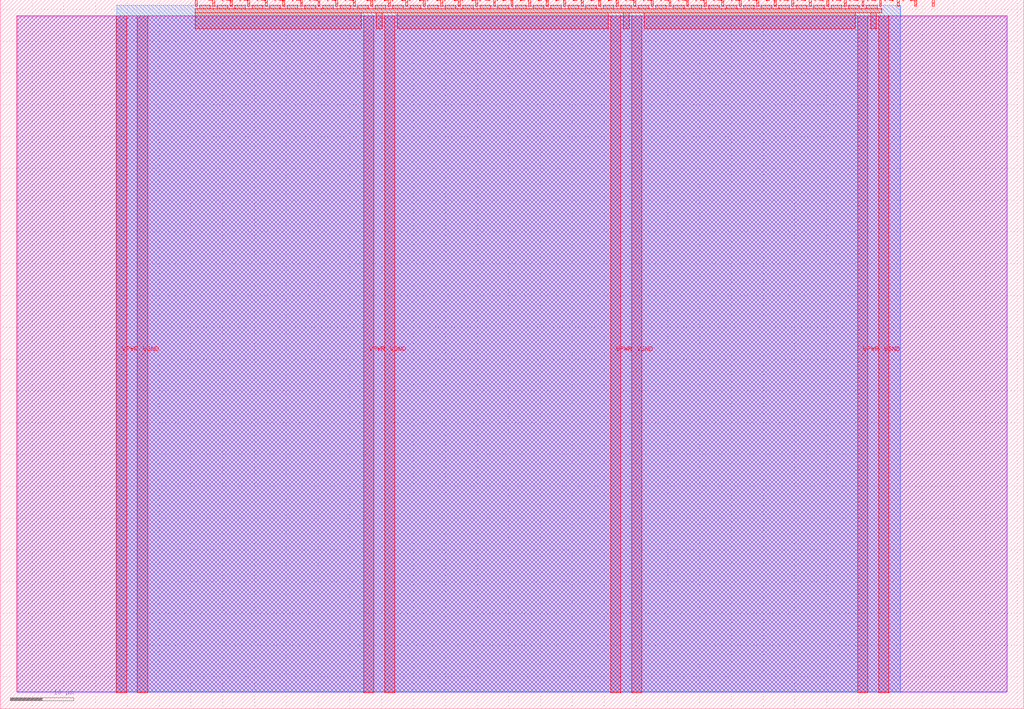
<source format=lef>
VERSION 5.7 ;
  NOWIREEXTENSIONATPIN ON ;
  DIVIDERCHAR "/" ;
  BUSBITCHARS "[]" ;
MACRO tt_um_a3_array_multiplier
  CLASS BLOCK ;
  FOREIGN tt_um_a3_array_multiplier ;
  ORIGIN 0.000 0.000 ;
  SIZE 161.000 BY 111.520 ;
  PIN VGND
    DIRECTION INOUT ;
    USE GROUND ;
    PORT
      LAYER met4 ;
        RECT 21.580 2.480 23.180 109.040 ;
    END
    PORT
      LAYER met4 ;
        RECT 60.450 2.480 62.050 109.040 ;
    END
    PORT
      LAYER met4 ;
        RECT 99.320 2.480 100.920 109.040 ;
    END
    PORT
      LAYER met4 ;
        RECT 138.190 2.480 139.790 109.040 ;
    END
  END VGND
  PIN VPWR
    DIRECTION INOUT ;
    USE POWER ;
    PORT
      LAYER met4 ;
        RECT 18.280 2.480 19.880 109.040 ;
    END
    PORT
      LAYER met4 ;
        RECT 57.150 2.480 58.750 109.040 ;
    END
    PORT
      LAYER met4 ;
        RECT 96.020 2.480 97.620 109.040 ;
    END
    PORT
      LAYER met4 ;
        RECT 134.890 2.480 136.490 109.040 ;
    END
  END VPWR
  PIN clk
    DIRECTION INPUT ;
    USE SIGNAL ;
    PORT
      LAYER met4 ;
        RECT 143.830 110.520 144.130 111.520 ;
    END
  END clk
  PIN ena
    DIRECTION INPUT ;
    USE SIGNAL ;
    PORT
      LAYER met4 ;
        RECT 146.590 110.520 146.890 111.520 ;
    END
  END ena
  PIN rst_n
    DIRECTION INPUT ;
    USE SIGNAL ;
    PORT
      LAYER met4 ;
        RECT 141.070 110.520 141.370 111.520 ;
    END
  END rst_n
  PIN ui_in[0]
    DIRECTION INPUT ;
    USE SIGNAL ;
    ANTENNAGATEAREA 0.213000 ;
    PORT
      LAYER met4 ;
        RECT 138.310 110.520 138.610 111.520 ;
    END
  END ui_in[0]
  PIN ui_in[1]
    DIRECTION INPUT ;
    USE SIGNAL ;
    ANTENNAGATEAREA 0.213000 ;
    PORT
      LAYER met4 ;
        RECT 135.550 110.520 135.850 111.520 ;
    END
  END ui_in[1]
  PIN ui_in[2]
    DIRECTION INPUT ;
    USE SIGNAL ;
    ANTENNAGATEAREA 0.196500 ;
    PORT
      LAYER met4 ;
        RECT 132.790 110.520 133.090 111.520 ;
    END
  END ui_in[2]
  PIN ui_in[3]
    DIRECTION INPUT ;
    USE SIGNAL ;
    ANTENNAGATEAREA 0.213000 ;
    PORT
      LAYER met4 ;
        RECT 130.030 110.520 130.330 111.520 ;
    END
  END ui_in[3]
  PIN ui_in[4]
    DIRECTION INPUT ;
    USE SIGNAL ;
    ANTENNAGATEAREA 0.126000 ;
    PORT
      LAYER met4 ;
        RECT 127.270 110.520 127.570 111.520 ;
    END
  END ui_in[4]
  PIN ui_in[5]
    DIRECTION INPUT ;
    USE SIGNAL ;
    ANTENNAGATEAREA 0.213000 ;
    PORT
      LAYER met4 ;
        RECT 124.510 110.520 124.810 111.520 ;
    END
  END ui_in[5]
  PIN ui_in[6]
    DIRECTION INPUT ;
    USE SIGNAL ;
    ANTENNAGATEAREA 0.159000 ;
    PORT
      LAYER met4 ;
        RECT 121.750 110.520 122.050 111.520 ;
    END
  END ui_in[6]
  PIN ui_in[7]
    DIRECTION INPUT ;
    USE SIGNAL ;
    ANTENNAGATEAREA 0.213000 ;
    PORT
      LAYER met4 ;
        RECT 118.990 110.520 119.290 111.520 ;
    END
  END ui_in[7]
  PIN uio_in[0]
    DIRECTION INPUT ;
    USE SIGNAL ;
    PORT
      LAYER met4 ;
        RECT 116.230 110.520 116.530 111.520 ;
    END
  END uio_in[0]
  PIN uio_in[1]
    DIRECTION INPUT ;
    USE SIGNAL ;
    PORT
      LAYER met4 ;
        RECT 113.470 110.520 113.770 111.520 ;
    END
  END uio_in[1]
  PIN uio_in[2]
    DIRECTION INPUT ;
    USE SIGNAL ;
    PORT
      LAYER met4 ;
        RECT 110.710 110.520 111.010 111.520 ;
    END
  END uio_in[2]
  PIN uio_in[3]
    DIRECTION INPUT ;
    USE SIGNAL ;
    PORT
      LAYER met4 ;
        RECT 107.950 110.520 108.250 111.520 ;
    END
  END uio_in[3]
  PIN uio_in[4]
    DIRECTION INPUT ;
    USE SIGNAL ;
    PORT
      LAYER met4 ;
        RECT 105.190 110.520 105.490 111.520 ;
    END
  END uio_in[4]
  PIN uio_in[5]
    DIRECTION INPUT ;
    USE SIGNAL ;
    PORT
      LAYER met4 ;
        RECT 102.430 110.520 102.730 111.520 ;
    END
  END uio_in[5]
  PIN uio_in[6]
    DIRECTION INPUT ;
    USE SIGNAL ;
    PORT
      LAYER met4 ;
        RECT 99.670 110.520 99.970 111.520 ;
    END
  END uio_in[6]
  PIN uio_in[7]
    DIRECTION INPUT ;
    USE SIGNAL ;
    PORT
      LAYER met4 ;
        RECT 96.910 110.520 97.210 111.520 ;
    END
  END uio_in[7]
  PIN uio_oe[0]
    DIRECTION OUTPUT ;
    USE SIGNAL ;
    PORT
      LAYER met4 ;
        RECT 49.990 110.520 50.290 111.520 ;
    END
  END uio_oe[0]
  PIN uio_oe[1]
    DIRECTION OUTPUT ;
    USE SIGNAL ;
    PORT
      LAYER met4 ;
        RECT 47.230 110.520 47.530 111.520 ;
    END
  END uio_oe[1]
  PIN uio_oe[2]
    DIRECTION OUTPUT ;
    USE SIGNAL ;
    PORT
      LAYER met4 ;
        RECT 44.470 110.520 44.770 111.520 ;
    END
  END uio_oe[2]
  PIN uio_oe[3]
    DIRECTION OUTPUT ;
    USE SIGNAL ;
    PORT
      LAYER met4 ;
        RECT 41.710 110.520 42.010 111.520 ;
    END
  END uio_oe[3]
  PIN uio_oe[4]
    DIRECTION OUTPUT ;
    USE SIGNAL ;
    PORT
      LAYER met4 ;
        RECT 38.950 110.520 39.250 111.520 ;
    END
  END uio_oe[4]
  PIN uio_oe[5]
    DIRECTION OUTPUT ;
    USE SIGNAL ;
    PORT
      LAYER met4 ;
        RECT 36.190 110.520 36.490 111.520 ;
    END
  END uio_oe[5]
  PIN uio_oe[6]
    DIRECTION OUTPUT ;
    USE SIGNAL ;
    PORT
      LAYER met4 ;
        RECT 33.430 110.520 33.730 111.520 ;
    END
  END uio_oe[6]
  PIN uio_oe[7]
    DIRECTION OUTPUT ;
    USE SIGNAL ;
    PORT
      LAYER met4 ;
        RECT 30.670 110.520 30.970 111.520 ;
    END
  END uio_oe[7]
  PIN uio_out[0]
    DIRECTION OUTPUT ;
    USE SIGNAL ;
    PORT
      LAYER met4 ;
        RECT 72.070 110.520 72.370 111.520 ;
    END
  END uio_out[0]
  PIN uio_out[1]
    DIRECTION OUTPUT ;
    USE SIGNAL ;
    PORT
      LAYER met4 ;
        RECT 69.310 110.520 69.610 111.520 ;
    END
  END uio_out[1]
  PIN uio_out[2]
    DIRECTION OUTPUT ;
    USE SIGNAL ;
    PORT
      LAYER met4 ;
        RECT 66.550 110.520 66.850 111.520 ;
    END
  END uio_out[2]
  PIN uio_out[3]
    DIRECTION OUTPUT ;
    USE SIGNAL ;
    PORT
      LAYER met4 ;
        RECT 63.790 110.520 64.090 111.520 ;
    END
  END uio_out[3]
  PIN uio_out[4]
    DIRECTION OUTPUT ;
    USE SIGNAL ;
    PORT
      LAYER met4 ;
        RECT 61.030 110.520 61.330 111.520 ;
    END
  END uio_out[4]
  PIN uio_out[5]
    DIRECTION OUTPUT ;
    USE SIGNAL ;
    PORT
      LAYER met4 ;
        RECT 58.270 110.520 58.570 111.520 ;
    END
  END uio_out[5]
  PIN uio_out[6]
    DIRECTION OUTPUT ;
    USE SIGNAL ;
    PORT
      LAYER met4 ;
        RECT 55.510 110.520 55.810 111.520 ;
    END
  END uio_out[6]
  PIN uio_out[7]
    DIRECTION OUTPUT ;
    USE SIGNAL ;
    PORT
      LAYER met4 ;
        RECT 52.750 110.520 53.050 111.520 ;
    END
  END uio_out[7]
  PIN uo_out[0]
    DIRECTION OUTPUT ;
    USE SIGNAL ;
    ANTENNADIFFAREA 0.643500 ;
    PORT
      LAYER met4 ;
        RECT 94.150 110.520 94.450 111.520 ;
    END
  END uo_out[0]
  PIN uo_out[1]
    DIRECTION OUTPUT ;
    USE SIGNAL ;
    ANTENNADIFFAREA 0.795200 ;
    PORT
      LAYER met4 ;
        RECT 91.390 110.520 91.690 111.520 ;
    END
  END uo_out[1]
  PIN uo_out[2]
    DIRECTION OUTPUT ;
    USE SIGNAL ;
    ANTENNADIFFAREA 0.445500 ;
    PORT
      LAYER met4 ;
        RECT 88.630 110.520 88.930 111.520 ;
    END
  END uo_out[2]
  PIN uo_out[3]
    DIRECTION OUTPUT ;
    USE SIGNAL ;
    ANTENNADIFFAREA 0.445500 ;
    PORT
      LAYER met4 ;
        RECT 85.870 110.520 86.170 111.520 ;
    END
  END uo_out[3]
  PIN uo_out[4]
    DIRECTION OUTPUT ;
    USE SIGNAL ;
    ANTENNADIFFAREA 0.445500 ;
    PORT
      LAYER met4 ;
        RECT 83.110 110.520 83.410 111.520 ;
    END
  END uo_out[4]
  PIN uo_out[5]
    DIRECTION OUTPUT ;
    USE SIGNAL ;
    ANTENNADIFFAREA 0.445500 ;
    PORT
      LAYER met4 ;
        RECT 80.350 110.520 80.650 111.520 ;
    END
  END uo_out[5]
  PIN uo_out[6]
    DIRECTION OUTPUT ;
    USE SIGNAL ;
    ANTENNADIFFAREA 0.445500 ;
    PORT
      LAYER met4 ;
        RECT 77.590 110.520 77.890 111.520 ;
    END
  END uo_out[6]
  PIN uo_out[7]
    DIRECTION OUTPUT ;
    USE SIGNAL ;
    ANTENNADIFFAREA 0.445500 ;
    PORT
      LAYER met4 ;
        RECT 74.830 110.520 75.130 111.520 ;
    END
  END uo_out[7]
  OBS
      LAYER nwell ;
        RECT 2.570 2.635 158.430 108.990 ;
      LAYER li1 ;
        RECT 2.760 2.635 158.240 108.885 ;
      LAYER met1 ;
        RECT 2.760 2.480 158.240 109.040 ;
      LAYER met2 ;
        RECT 18.310 2.535 141.590 110.685 ;
      LAYER met3 ;
        RECT 18.290 2.555 141.615 110.665 ;
      LAYER met4 ;
        RECT 31.370 110.120 33.030 110.665 ;
        RECT 34.130 110.120 35.790 110.665 ;
        RECT 36.890 110.120 38.550 110.665 ;
        RECT 39.650 110.120 41.310 110.665 ;
        RECT 42.410 110.120 44.070 110.665 ;
        RECT 45.170 110.120 46.830 110.665 ;
        RECT 47.930 110.120 49.590 110.665 ;
        RECT 50.690 110.120 52.350 110.665 ;
        RECT 53.450 110.120 55.110 110.665 ;
        RECT 56.210 110.120 57.870 110.665 ;
        RECT 58.970 110.120 60.630 110.665 ;
        RECT 61.730 110.120 63.390 110.665 ;
        RECT 64.490 110.120 66.150 110.665 ;
        RECT 67.250 110.120 68.910 110.665 ;
        RECT 70.010 110.120 71.670 110.665 ;
        RECT 72.770 110.120 74.430 110.665 ;
        RECT 75.530 110.120 77.190 110.665 ;
        RECT 78.290 110.120 79.950 110.665 ;
        RECT 81.050 110.120 82.710 110.665 ;
        RECT 83.810 110.120 85.470 110.665 ;
        RECT 86.570 110.120 88.230 110.665 ;
        RECT 89.330 110.120 90.990 110.665 ;
        RECT 92.090 110.120 93.750 110.665 ;
        RECT 94.850 110.120 96.510 110.665 ;
        RECT 97.610 110.120 99.270 110.665 ;
        RECT 100.370 110.120 102.030 110.665 ;
        RECT 103.130 110.120 104.790 110.665 ;
        RECT 105.890 110.120 107.550 110.665 ;
        RECT 108.650 110.120 110.310 110.665 ;
        RECT 111.410 110.120 113.070 110.665 ;
        RECT 114.170 110.120 115.830 110.665 ;
        RECT 116.930 110.120 118.590 110.665 ;
        RECT 119.690 110.120 121.350 110.665 ;
        RECT 122.450 110.120 124.110 110.665 ;
        RECT 125.210 110.120 126.870 110.665 ;
        RECT 127.970 110.120 129.630 110.665 ;
        RECT 130.730 110.120 132.390 110.665 ;
        RECT 133.490 110.120 135.150 110.665 ;
        RECT 136.250 110.120 137.910 110.665 ;
        RECT 30.655 109.440 138.625 110.120 ;
        RECT 30.655 106.935 56.750 109.440 ;
        RECT 59.150 106.935 60.050 109.440 ;
        RECT 62.450 106.935 95.620 109.440 ;
        RECT 98.020 106.935 98.920 109.440 ;
        RECT 101.320 106.935 134.490 109.440 ;
        RECT 136.890 106.935 137.790 109.440 ;
  END
END tt_um_a3_array_multiplier
END LIBRARY


</source>
